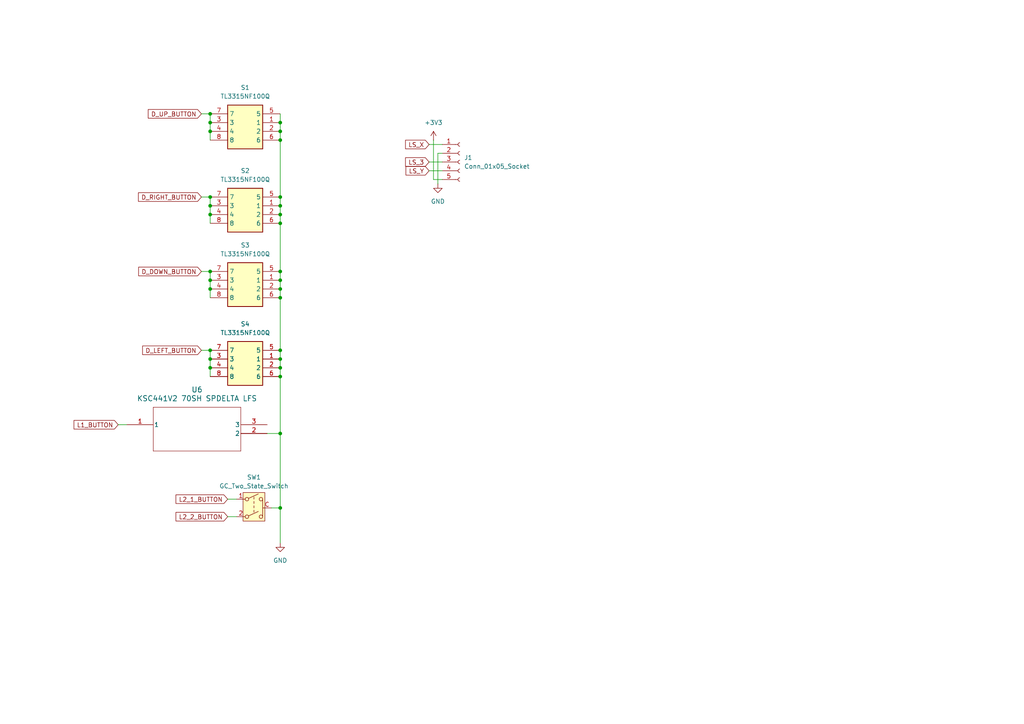
<source format=kicad_sch>
(kicad_sch (version 20250114) (generator "eeschema") (generator_version "9.0")
  (paper "A4")
  (lib_symbols
    (symbol "2025-07-13_09-53-12:KSC441V2_70SH_SPDELTA_LFS" (pin_names (offset 0.254))
      (property "Reference" "U" (at 20.32 10.16 0))
      (property "Value" "KSC441V2 70SH SPDELTA LFS" (at 20.32 7.62 0))
      (symbol "KSC441V2_70SH_SPDELTA_LFS_0_1"
        (polyline (pts (xy 7.62 5.08) (xy 7.62 -7.62)) (stroke (width 0.127)))
        (polyline (pts (xy 7.62 -7.62) (xy 33.02 -7.62)) (stroke (width 0.127)))
        (polyline (pts (xy 33.02 5.08) (xy 7.62 5.08)) (stroke (width 0.127)))
        (polyline (pts (xy 33.02 -7.62) (xy 33.02 5.08)) (stroke (width 0.127)))
        (pin unspecified line (at 0 0 0) (length 7.62) (name "1") (number "1"))
        (pin unspecified line (at 40.64 0 180) (length 7.62) (name "3") (number "3"))
        (pin unspecified line (at 40.64 -2.54 180) (length 7.62) (name "2") (number "2"))
      )
    )
    (symbol "Connector:Conn_01x05_Socket" (pin_names (offset 1.016) (hide yes))
      (property "Reference" "J" (at 0 7.62 0))
      (property "Value" "Conn_01x05_Socket" (at 0 -7.62 0))
      (symbol "Conn_01x05_Socket_1_1"
        (polyline (pts (xy -1.27 5.08) (xy -0.508 5.08)) (stroke (width 0.1524)))
        (polyline (pts (xy -1.27 2.54) (xy -0.508 2.54)) (stroke (width 0.1524)))
        (polyline (pts (xy -1.27 0) (xy -0.508 0)) (stroke (width 0.1524)))
        (polyline (pts (xy -1.27 -2.54) (xy -0.508 -2.54)) (stroke (width 0.1524)))
        (polyline (pts (xy -1.27 -5.08) (xy -0.508 -5.08)) (stroke (width 0.1524)))
        (arc (start 0 4.572) (mid -0.5058 5.08) (end 0 5.588) (stroke (width 0.1524)))
        (arc (start 0 2.032) (mid -0.5058 2.54) (end 0 3.048) (stroke (width 0.1524)))
        (arc (start 0 -0.508) (mid -0.5058 0) (end 0 0.508) (stroke (width 0.1524)))
        (arc (start 0 -3.048) (mid -0.5058 -2.54) (end 0 -2.032) (stroke (width 0.1524)))
        (arc (start 0 -5.588) (mid -0.5058 -5.08) (end 0 -4.572) (stroke (width 0.1524)))
        (pin passive line (at -5.08 5.08 0) (length 3.81) (name "Pin_1") (number "1"))
        (pin passive line (at -5.08 2.54 0) (length 3.81) (name "Pin_2") (number "2"))
        (pin passive line (at -5.08 0 0) (length 3.81) (name "Pin_3") (number "3"))
        (pin passive line (at -5.08 -2.54 0) (length 3.81) (name "Pin_4") (number "4"))
        (pin passive line (at -5.08 -5.08 0) (length 3.81) (name "Pin_5") (number "5"))
      )
    )
    (symbol "RoseDaggerDev:GC_Two_State_Switch" (pin_names (offset 0) (hide yes))
      (property "Reference" "SW" (at 0 6.35 0))
      (property "Value" "GC_Two_State_Switch" (at 0 -5.08 0))
      (symbol "GC_Two_State_Switch_0_0"
        (circle (center -2.032 2.54) (radius 0.508))
        (circle (center -2.032 -2.54) (radius 0.508))
        (polyline (pts (xy -1.524 2.794) (xy 1.27 4.064)))
        (polyline (pts (xy -1.524 -2.286) (xy 1.27 -1.016)))
        (polyline (pts (xy 0 2.54) (xy 0 3.175)))
        (polyline (pts (xy 0 1.27) (xy 0 1.905)))
        (polyline (pts (xy 0 0) (xy 0 0.635)))
        (polyline (pts (xy 0 -1.27) (xy 0 -0.635)))
        (circle (center 2.032 2.54) (radius 0.508))
        (circle (center 2.032 -2.54) (radius 0.508))
      )
      (symbol "GC_Two_State_Switch_0_1"
        (polyline (pts (xy 2.54 2.54) (xy 2.54 -2.54)))
      )
      (symbol "GC_Two_State_Switch_1_1"
        (rectangle (start -3.175 4.445) (end 3.175 -3.81) (fill (type background)))
        (pin passive line (at -5.08 2.54 0) (length 2.54) (name "1") (number "1"))
        (pin passive line (at -5.08 -2.54 0) (length 2.54) (name "2") (number "2"))
        (pin passive line (at 5.08 0 180) (length 2.54) (name "C") (number "C"))
      )
    )
    (symbol "SamacSys_Parts:TL3315NF100Q"
      (property "Reference" "S" (at 16.51 7.62 0))
      (property "Value" "TL3315NF100Q" (at 16.51 5.08 0))
      (symbol "TL3315NF100Q_1_1"
        (rectangle (start 5.08 2.54) (end 15.24 -10.16) (stroke (width 0.254)) (fill (type background)))
        (pin passive line (at 0 0 0) (length 5.08) (name "7") (number "7"))
        (pin passive line (at 0 -2.54 0) (length 5.08) (name "3") (number "3"))
        (pin passive line (at 0 -5.08 0) (length 5.08) (name "4") (number "4"))
        (pin passive line (at 0 -7.62 0) (length 5.08) (name "8") (number "8"))
        (pin passive line (at 20.32 0 180) (length 5.08) (name "5") (number "5"))
        (pin passive line (at 20.32 -2.54 180) (length 5.08) (name "1") (number "1"))
        (pin passive line (at 20.32 -5.08 180) (length 5.08) (name "2") (number "2"))
        (pin passive line (at 20.32 -7.62 180) (length 5.08) (name "6") (number "6"))
      )
    )
    (symbol "power:+3V3" (power) (pin_numbers (hide yes)) (pin_names (offset 0) (hide yes))
      (property "Value" "+3V3" (at 0 3.556 0))
      (symbol "+3V3_0_1"
        (polyline (pts (xy -0.762 1.27) (xy 0 2.54)))
        (polyline (pts (xy 0 2.54) (xy 0.762 1.27)))
        (polyline (pts (xy 0 0) (xy 0 2.54)))
      )
      (symbol "+3V3_1_1"
        (pin power_in line (at 0 0 90) (length 0) (name "~") (number "1"))
      )
    )
    (symbol "power:GND" (power) (pin_numbers (hide yes)) (pin_names (offset 0) (hide yes))
      (property "Value" "GND" (at 0 -3.81 0))
      (symbol "GND_0_1"
        (polyline (pts (xy 0 0) (xy 0 -1.27) (xy 1.27 -1.27) (xy 0 -2.54) (xy -1.27 -1.27) (xy 0 -1.27)))
      )
      (symbol "GND_1_1"
        (pin power_in line (at 0 0 270) (length 0) (name "~") (number "1"))
      )
    )
  )
  (junction (at 81.28 101.6))
  (junction (at 81.28 104.14))
  (junction (at 60.96 38.1))
  (junction (at 81.28 83.82))
  (junction (at 60.96 101.6))
  (junction (at 81.28 59.69))
  (junction (at 81.28 64.77))
  (junction (at 60.96 81.28))
  (junction (at 81.28 81.28))
  (junction (at 81.28 40.64))
  (junction (at 60.96 78.74))
  (junction (at 60.96 57.15))
  (junction (at 81.28 86.36))
  (junction (at 81.28 62.23))
  (junction (at 60.96 83.82))
  (junction (at 60.96 59.69))
  (junction (at 60.96 33.02))
  (junction (at 81.28 57.15))
  (junction (at 60.96 104.14))
  (junction (at 81.28 125.73))
  (junction (at 60.96 62.23))
  (junction (at 81.28 35.56))
  (junction (at 60.96 106.68))
  (junction (at 81.28 106.68))
  (junction (at 81.28 78.74))
  (junction (at 60.96 35.56))
  (junction (at 81.28 38.1))
  (junction (at 81.28 147.32))
  (junction (at 81.28 109.22))
  (wire (pts (xy 58.42 78.74) (xy 60.96 78.74)))
  (wire (pts (xy 60.96 59.69) (xy 60.96 62.23)))
  (wire (pts (xy 124.46 41.91) (xy 128.27 41.91)))
  (wire (pts (xy 125.73 40.64) (xy 125.73 52.07)))
  (wire (pts (xy 81.28 147.32) (xy 81.28 157.48)))
  (wire (pts (xy 81.28 78.74) (xy 81.28 81.28)))
  (wire (pts (xy 58.42 101.6) (xy 60.96 101.6)))
  (wire (pts (xy 81.28 33.02) (xy 81.28 35.56)))
  (wire (pts (xy 60.96 33.02) (xy 60.96 35.56)))
  (wire (pts (xy 60.96 106.68) (xy 60.96 109.22)))
  (wire (pts (xy 34.29 123.19) (xy 36.83 123.19)))
  (wire (pts (xy 60.96 81.28) (xy 60.96 83.82)))
  (wire (pts (xy 77.47 125.73) (xy 81.28 125.73)))
  (wire (pts (xy 81.28 86.36) (xy 81.28 101.6)))
  (wire (pts (xy 124.46 46.99) (xy 128.27 46.99)))
  (wire (pts (xy 66.04 144.78) (xy 68.58 144.78)))
  (wire (pts (xy 124.46 49.53) (xy 128.27 49.53)))
  (wire (pts (xy 58.42 57.15) (xy 60.96 57.15)))
  (wire (pts (xy 81.28 104.14) (xy 81.28 106.68)))
  (wire (pts (xy 81.28 40.64) (xy 81.28 57.15)))
  (wire (pts (xy 127 53.34) (xy 127 44.45)))
  (wire (pts (xy 81.28 38.1) (xy 81.28 40.64)))
  (wire (pts (xy 78.74 147.32) (xy 81.28 147.32)))
  (wire (pts (xy 58.42 33.02) (xy 60.96 33.02)))
  (wire (pts (xy 81.28 125.73) (xy 81.28 147.32)))
  (wire (pts (xy 81.28 101.6) (xy 81.28 104.14)))
  (wire (pts (xy 60.96 38.1) (xy 60.96 40.64)))
  (wire (pts (xy 81.28 64.77) (xy 81.28 78.74)))
  (wire (pts (xy 128.27 52.07) (xy 125.73 52.07)))
  (wire (pts (xy 60.96 35.56) (xy 60.96 38.1)))
  (wire (pts (xy 60.96 57.15) (xy 60.96 59.69)))
  (wire (pts (xy 81.28 109.22) (xy 81.28 125.73)))
  (wire (pts (xy 127 44.45) (xy 128.27 44.45)))
  (wire (pts (xy 81.28 81.28) (xy 81.28 83.82)))
  (wire (pts (xy 81.28 106.68) (xy 81.28 109.22)))
  (wire (pts (xy 81.28 59.69) (xy 81.28 62.23)))
  (wire (pts (xy 81.28 83.82) (xy 81.28 86.36)))
  (wire (pts (xy 81.28 35.56) (xy 81.28 38.1)))
  (wire (pts (xy 60.96 78.74) (xy 60.96 81.28)))
  (wire (pts (xy 66.04 149.86) (xy 68.58 149.86)))
  (wire (pts (xy 81.28 57.15) (xy 81.28 59.69)))
  (wire (pts (xy 60.96 62.23) (xy 60.96 64.77)))
  (wire (pts (xy 60.96 83.82) (xy 60.96 86.36)))
  (wire (pts (xy 81.28 62.23) (xy 81.28 64.77)))
  (wire (pts (xy 60.96 104.14) (xy 60.96 106.68)))
  (wire (pts (xy 60.96 101.6) (xy 60.96 104.14)))
  (global_label "L1_BUTTON" (shape input) (at 34.29 123.19 180) (property "Intersheetrefs" "${INTERSHEET_REFS}" (effects (hide yes))))
  (global_label "D_LEFT_BUTTON" (shape input) (at 58.42 101.6 180) (property "Intersheetrefs" "${INTERSHEET_REFS}" (effects (hide yes))))
  (global_label "L2_2_BUTTON" (shape input) (at 66.04 149.86 180) (property "Intersheetrefs" "${INTERSHEET_REFS}" (effects (hide yes))))
  (global_label "D_DOWN_BUTTON" (shape input) (at 58.42 78.74 180) (property "Intersheetrefs" "${INTERSHEET_REFS}" (effects (hide yes))))
  (global_label "LS_3" (shape input) (at 124.46 46.99 180) (property "Intersheetrefs" "${INTERSHEET_REFS}" (effects (hide yes))))
  (global_label "D_UP_BUTTON" (shape input) (at 58.42 33.02 180) (property "Intersheetrefs" "${INTERSHEET_REFS}" (effects (hide yes))))
  (global_label "LS_X" (shape input) (at 124.46 41.91 180) (property "Intersheetrefs" "${INTERSHEET_REFS}" (effects (hide yes))))
  (global_label "D_RIGHT_BUTTON" (shape input) (at 58.42 57.15 180) (property "Intersheetrefs" "${INTERSHEET_REFS}" (effects (hide yes))))
  (global_label "LS_Y" (shape input) (at 124.46 49.53 180) (property "Intersheetrefs" "${INTERSHEET_REFS}" (effects (hide yes))))
  (global_label "L2_1_BUTTON" (shape input) (at 66.04 144.78 180) (property "Intersheetrefs" "${INTERSHEET_REFS}" (effects (hide yes))))
  (symbol (lib_id "SamacSys_Parts:TL3315NF100Q") (at 60.96 57.15 0) (unit 1)
    (property "Reference" "S2" (at 71.12 49.53 0))
    (property "Value" "TL3315NF100Q" (at 71.12 52.07 0))
    (property "Footprint" "TL3315NF100Q" (effects (hide yes)))
    (property "Datasheet" "https://configured-product-images.s3.amazonaws.com/2D/specs/TL3315NF100Q.pdf" (effects (hide yes)))
    (property "Description" "TACT, 50mA, 15VDC SPST-NO, Off-(On) Surface Mount" (effects (hide yes)))
    (property "Height" "0.85" (effects (hide yes)))
    (property "Mouser Part Number" "612-TL3315NF100Q" (effects (hide yes)))
    (property "Mouser Price/Stock" "https://www.mouser.co.uk/ProductDetail/E-Switch/TL3315NF100Q?qs=g35H13458KZZxv0XYR2YuQ%3D%3D" (effects (hide yes)))
    (property "Manufacturer_Name" "E-Switch" (effects (hide yes)))
    (property "Manufacturer_Part_Number" "TL3315NF100Q" (effects (hide yes)))
  )
  (symbol (lib_id "Connector:Conn_01x05_Socket") (at 133.35 46.99 0) (unit 1)
    (property "Reference" "J1" (at 134.62 45.7199 0) (effects (justify left)))
    (property "Value" "Conn_01x05_Socket" (at 134.62 48.2599 0) (effects (justify left)))
    (property "Footprint" "SamacSys_Parts:5051100592" (effects (hide yes)))
    (property "Description" "Generic connector, single row, 01x05, script generated" (effects (hide yes)))
  )
  (symbol (lib_id "2025-07-13_09-53-12:KSC441V2_70SH_SPDELTA_LFS") (at 36.83 123.19 0) (unit 1)
    (property "Reference" "U6" (at 57.15 113.03 0) (effects (font (size 1.524 1.524))))
    (property "Value" "KSC441V2 70SH SPDELTA LFS" (at 57.15 115.57 0) (effects (font (size 1.524 1.524))))
    (property "Footprint" "SW3_KSC441V2" (effects (hide yes)))
    (property "Datasheet" "KSC441V2 70SH SPDELTA LFS" (effects (hide yes)))
  )
  (symbol (lib_id "power:GND") (at 81.28 157.48 0) (unit 1)
    (property "Reference" "#PWR036" (effects (hide yes)))
    (property "Value" "GND" (at 81.28 162.56 0))
    (property "Description" "Power symbol creates a global label with name \"GND\" , ground" (effects (hide yes)))
  )
  (symbol (lib_id "SamacSys_Parts:TL3315NF100Q") (at 60.96 78.74 0) (unit 1)
    (property "Reference" "S3" (at 71.12 71.12 0))
    (property "Value" "TL3315NF100Q" (at 71.12 73.66 0))
    (property "Footprint" "TL3315NF100Q" (effects (hide yes)))
    (property "Datasheet" "https://configured-product-images.s3.amazonaws.com/2D/specs/TL3315NF100Q.pdf" (effects (hide yes)))
    (property "Description" "TACT, 50mA, 15VDC SPST-NO, Off-(On) Surface Mount" (effects (hide yes)))
    (property "Height" "0.85" (effects (hide yes)))
    (property "Mouser Part Number" "612-TL3315NF100Q" (effects (hide yes)))
    (property "Mouser Price/Stock" "https://www.mouser.co.uk/ProductDetail/E-Switch/TL3315NF100Q?qs=g35H13458KZZxv0XYR2YuQ%3D%3D" (effects (hide yes)))
    (property "Manufacturer_Name" "E-Switch" (effects (hide yes)))
    (property "Manufacturer_Part_Number" "TL3315NF100Q" (effects (hide yes)))
  )
  (symbol (lib_id "power:+3V3") (at 125.73 40.64 0) (unit 1)
    (property "Reference" "#PWR012" (effects (hide yes)))
    (property "Value" "+3V3" (at 125.73 35.56 0))
    (property "Description" "Power symbol creates a global label with name \"+3V3\"" (effects (hide yes)))
  )
  (symbol (lib_id "SamacSys_Parts:TL3315NF100Q") (at 60.96 33.02 0) (unit 1)
    (property "Reference" "S1" (at 71.12 25.4 0))
    (property "Value" "TL3315NF100Q" (at 71.12 27.94 0))
    (property "Footprint" "TL3315NF100Q" (effects (hide yes)))
    (property "Datasheet" "https://configured-product-images.s3.amazonaws.com/2D/specs/TL3315NF100Q.pdf" (effects (hide yes)))
    (property "Description" "TACT, 50mA, 15VDC SPST-NO, Off-(On) Surface Mount" (effects (hide yes)))
    (property "Height" "0.85" (effects (hide yes)))
    (property "Mouser Part Number" "612-TL3315NF100Q" (effects (hide yes)))
    (property "Mouser Price/Stock" "https://www.mouser.co.uk/ProductDetail/E-Switch/TL3315NF100Q?qs=g35H13458KZZxv0XYR2YuQ%3D%3D" (effects (hide yes)))
    (property "Manufacturer_Name" "E-Switch" (effects (hide yes)))
    (property "Manufacturer_Part_Number" "TL3315NF100Q" (effects (hide yes)))
  )
  (symbol (lib_id "RoseDaggerDev:GC_Two_State_Switch") (at 73.66 147.32 0) (unit 1)
    (property "Reference" "SW1" (at 73.66 138.43 0))
    (property "Value" "GC_Two_State_Switch" (at 73.66 140.97 0))
    (property "Footprint" "RoseDaggerDev:GC_Two_state_switch" (effects (hide yes)))
    (property "Description" "Double Pole Single Throw (DPST) Switch" (effects (hide yes)))
  )
  (symbol (lib_id "SamacSys_Parts:TL3315NF100Q") (at 60.96 101.6 0) (unit 1)
    (property "Reference" "S4" (at 71.12 93.98 0))
    (property "Value" "TL3315NF100Q" (at 71.12 96.52 0))
    (property "Footprint" "TL3315NF100Q" (effects (hide yes)))
    (property "Datasheet" "https://configured-product-images.s3.amazonaws.com/2D/specs/TL3315NF100Q.pdf" (effects (hide yes)))
    (property "Description" "TACT, 50mA, 15VDC SPST-NO, Off-(On) Surface Mount" (effects (hide yes)))
    (property "Height" "0.85" (effects (hide yes)))
    (property "Mouser Part Number" "612-TL3315NF100Q" (effects (hide yes)))
    (property "Mouser Price/Stock" "https://www.mouser.co.uk/ProductDetail/E-Switch/TL3315NF100Q?qs=g35H13458KZZxv0XYR2YuQ%3D%3D" (effects (hide yes)))
    (property "Manufacturer_Name" "E-Switch" (effects (hide yes)))
    (property "Manufacturer_Part_Number" "TL3315NF100Q" (effects (hide yes)))
  )
  (symbol (lib_id "power:GND") (at 127 53.34 0) (unit 1)
    (property "Reference" "#PWR037" (effects (hide yes)))
    (property "Value" "GND" (at 127 58.42 0))
    (property "Description" "Power symbol creates a global label with name \"GND\" , ground" (effects (hide yes)))
  )
)
</source>
